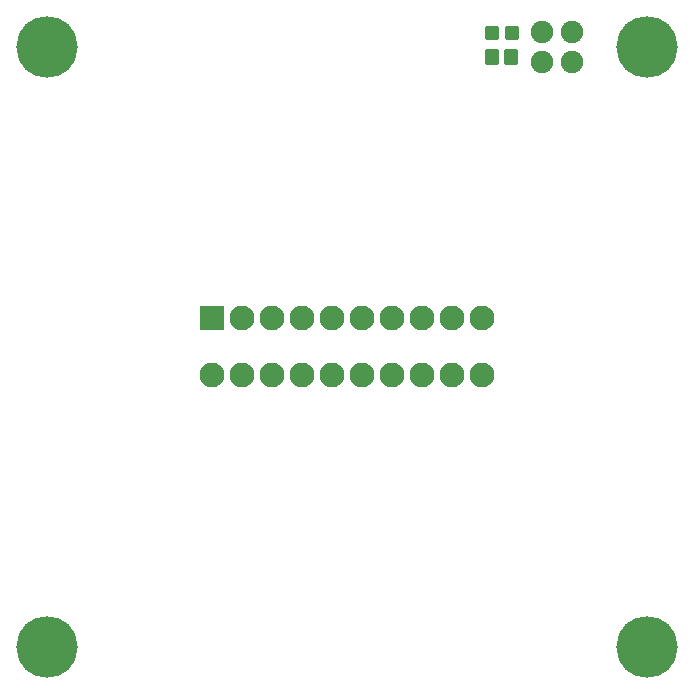
<source format=gts>
G04 Layer: TopSolderMaskLayer*
G04 EasyEDA v6.5.34, 2023-08-21 18:11:39*
G04 c46f0082a94245e39cc9accd834b7a4f,5a6b42c53f6a479593ecc07194224c93,10*
G04 Gerber Generator version 0.2*
G04 Scale: 100 percent, Rotated: No, Reflected: No *
G04 Dimensions in millimeters *
G04 leading zeros omitted , absolute positions ,4 integer and 5 decimal *
%FSLAX45Y45*%
%MOMM*%

%AMMACRO1*1,1,$1,$2,$3*1,1,$1,$4,$5*1,1,$1,0-$2,0-$3*1,1,$1,0-$4,0-$5*20,1,$1,$2,$3,$4,$5,0*20,1,$1,$4,$5,0-$2,0-$3,0*20,1,$1,0-$2,0-$3,0-$4,0-$5,0*20,1,$1,0-$4,0-$5,$2,$3,0*4,1,4,$2,$3,$4,$5,0-$2,0-$3,0-$4,0-$5,$2,$3,0*%
%ADD10C,2.1016*%
%ADD11MACRO1,0.1016X-1X1X1X1*%
%ADD12MACRO1,0.2032X-0.45X-0.5X-0.45X0.5*%
%ADD13MACRO1,0.2032X0.5X-0.55X-0.5X-0.55*%
%ADD14C,5.2032*%
%ADD15C,1.9016*%

%LPD*%
D10*
G01*
X4063992Y2678422D03*
G01*
X4063992Y3163562D03*
G01*
X3809992Y2678422D03*
G01*
X3809992Y3163562D03*
G01*
X3555992Y2678422D03*
G01*
X3555992Y3163562D03*
G01*
X3301992Y2678422D03*
G01*
X3301992Y3163562D03*
G01*
X3047992Y2678422D03*
G01*
X3047992Y3163562D03*
G01*
X2793992Y2678422D03*
G01*
X2793992Y3163562D03*
G01*
X2539992Y2678422D03*
G01*
X2539992Y3163562D03*
G01*
X2285992Y2678422D03*
G01*
X2285992Y3163562D03*
G01*
X2031992Y2678422D03*
G01*
X2031992Y3163562D03*
G01*
X1777992Y2678422D03*
D11*
G01*
X1777994Y3163564D03*
D12*
G01*
X4144083Y5575284D03*
G01*
X4314083Y5575284D03*
D13*
G01*
X4149084Y5372092D03*
G01*
X4309084Y5372092D03*
D14*
G01*
X380992Y5460992D03*
G01*
X380992Y380992D03*
G01*
X5460992Y380992D03*
G01*
X5460992Y5460992D03*
D15*
G01*
X4571992Y5587992D03*
G01*
X4571992Y5333992D03*
G01*
X4825992Y5333992D03*
G01*
X4825992Y5587992D03*
M02*

</source>
